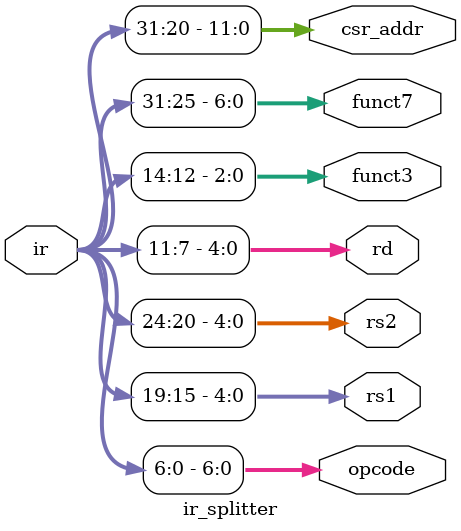
<source format=v>
module ir_splitter (
    // Basic Instructions
    input [31:0] ir,
    output [6:0] opcode,
    output [4:0] rs1,
    output [4:0] rs2,
    output [4:0] rd,
    output [2:0] funct3,
    output [6:0] funct7,

    // CSRs Instructions
    output [11:0] csr_addr
);
    assign opcode = ir[6:0];
    assign rs1 = ir[19:15];
    assign rs2 = ir[24:20];
    assign rd = ir[11:7];
    assign funct3 = ir[14:12];
    assign funct7 = ir[31:25];

    assign csr_addr = ir[31:20];

endmodule

</source>
